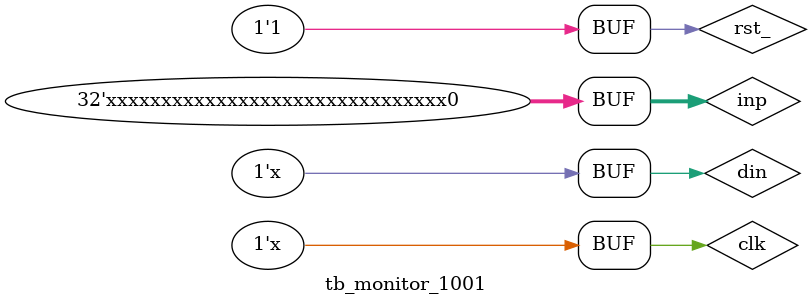
<source format=v>
module tb_monitor_1001();
    reg clk, din, rst_;
    reg [31:0] inp;
    wire find;
    
    monitor_1001 U1(din, clk, rst_, find);
    
    initial begin
        clk      = 1'b1;
        rst_     = 1'b1;
        din      = 1'b0;
        inp      = 32'b1011_0010_0100_0100_1111_1001_1001_0010;
        #5 rst_  = 1'b0;
        #10 rst_ = 1'b1;
    end
    
    always begin
        #10 din = inp[31];
        inp     = inp << 1;
    end
    
    always #5 clk = ~clk;
endmodule

</source>
